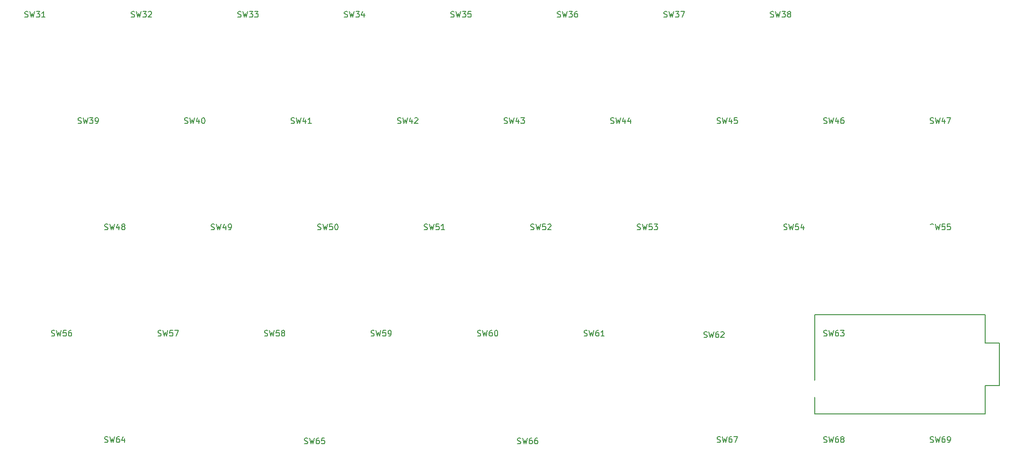
<source format=gto>
G04 #@! TF.GenerationSoftware,KiCad,Pcbnew,(5.0.0-3-g5ebb6b6)*
G04 #@! TF.CreationDate,2018-10-13T13:11:11+09:00*
G04 #@! TF.ProjectId,pakbd,70616B62642E6B696361645F70636200,1*
G04 #@! TF.SameCoordinates,Original*
G04 #@! TF.FileFunction,Legend,Top*
G04 #@! TF.FilePolarity,Positive*
%FSLAX46Y46*%
G04 Gerber Fmt 4.6, Leading zero omitted, Abs format (unit mm)*
G04 Created by KiCad (PCBNEW (5.0.0-3-g5ebb6b6)) date *
%MOMM*%
%LPD*%
G01*
G04 APERTURE LIST*
%ADD10C,0.150000*%
%ADD11C,2.160000*%
%ADD12C,4.400000*%
%ADD13C,3.400000*%
%ADD14R,9.625000X1.400000*%
%ADD15R,28.710000X1.400000*%
%ADD16R,16.900000X1.400000*%
%ADD17C,3.600000*%
%ADD18C,1.797000*%
%ADD19C,2.000000*%
%ADD20R,2.000000X2.000000*%
%ADD21C,1.600000*%
%ADD22O,2.700000X1.900000*%
G04 APERTURE END LIST*
D10*
G04 #@! TO.C,U1*
X357990000Y-109840000D02*
X357990000Y-92060000D01*
X388470000Y-109840000D02*
X357990000Y-109840000D01*
X388470000Y-104760000D02*
X388470000Y-109840000D01*
X391010000Y-104760000D02*
X388470000Y-104760000D01*
X391010000Y-97140000D02*
X391010000Y-104760000D01*
X388470000Y-97140000D02*
X391010000Y-97140000D01*
X388470000Y-92060000D02*
X388470000Y-97140000D01*
X388470000Y-92060000D02*
X357990000Y-92060000D01*
G04 #@! TO.C,SW54*
X352450726Y-76818761D02*
X352593583Y-76866380D01*
X352831678Y-76866380D01*
X352926916Y-76818761D01*
X352974535Y-76771142D01*
X353022154Y-76675904D01*
X353022154Y-76580666D01*
X352974535Y-76485428D01*
X352926916Y-76437809D01*
X352831678Y-76390190D01*
X352641202Y-76342571D01*
X352545964Y-76294952D01*
X352498345Y-76247333D01*
X352450726Y-76152095D01*
X352450726Y-76056857D01*
X352498345Y-75961619D01*
X352545964Y-75914000D01*
X352641202Y-75866380D01*
X352879297Y-75866380D01*
X353022154Y-75914000D01*
X353355488Y-75866380D02*
X353593583Y-76866380D01*
X353784059Y-76152095D01*
X353974535Y-76866380D01*
X354212630Y-75866380D01*
X355069773Y-75866380D02*
X354593583Y-75866380D01*
X354545964Y-76342571D01*
X354593583Y-76294952D01*
X354688821Y-76247333D01*
X354926916Y-76247333D01*
X355022154Y-76294952D01*
X355069773Y-76342571D01*
X355117392Y-76437809D01*
X355117392Y-76675904D01*
X355069773Y-76771142D01*
X355022154Y-76818761D01*
X354926916Y-76866380D01*
X354688821Y-76866380D01*
X354593583Y-76818761D01*
X354545964Y-76771142D01*
X355974535Y-76199714D02*
X355974535Y-76866380D01*
X355736440Y-75818761D02*
X355498345Y-76533047D01*
X356117392Y-76533047D01*
G04 #@! TO.C,SW51*
X288157476Y-76818761D02*
X288300333Y-76866380D01*
X288538428Y-76866380D01*
X288633666Y-76818761D01*
X288681285Y-76771142D01*
X288728904Y-76675904D01*
X288728904Y-76580666D01*
X288681285Y-76485428D01*
X288633666Y-76437809D01*
X288538428Y-76390190D01*
X288347952Y-76342571D01*
X288252714Y-76294952D01*
X288205095Y-76247333D01*
X288157476Y-76152095D01*
X288157476Y-76056857D01*
X288205095Y-75961619D01*
X288252714Y-75914000D01*
X288347952Y-75866380D01*
X288586047Y-75866380D01*
X288728904Y-75914000D01*
X289062238Y-75866380D02*
X289300333Y-76866380D01*
X289490809Y-76152095D01*
X289681285Y-76866380D01*
X289919380Y-75866380D01*
X290776523Y-75866380D02*
X290300333Y-75866380D01*
X290252714Y-76342571D01*
X290300333Y-76294952D01*
X290395571Y-76247333D01*
X290633666Y-76247333D01*
X290728904Y-76294952D01*
X290776523Y-76342571D01*
X290824142Y-76437809D01*
X290824142Y-76675904D01*
X290776523Y-76771142D01*
X290728904Y-76818761D01*
X290633666Y-76866380D01*
X290395571Y-76866380D01*
X290300333Y-76818761D01*
X290252714Y-76771142D01*
X291776523Y-76866380D02*
X291205095Y-76866380D01*
X291490809Y-76866380D02*
X291490809Y-75866380D01*
X291395571Y-76009238D01*
X291300333Y-76104476D01*
X291205095Y-76152095D01*
G04 #@! TO.C,SW52*
X307207476Y-76818761D02*
X307350333Y-76866380D01*
X307588428Y-76866380D01*
X307683666Y-76818761D01*
X307731285Y-76771142D01*
X307778904Y-76675904D01*
X307778904Y-76580666D01*
X307731285Y-76485428D01*
X307683666Y-76437809D01*
X307588428Y-76390190D01*
X307397952Y-76342571D01*
X307302714Y-76294952D01*
X307255095Y-76247333D01*
X307207476Y-76152095D01*
X307207476Y-76056857D01*
X307255095Y-75961619D01*
X307302714Y-75914000D01*
X307397952Y-75866380D01*
X307636047Y-75866380D01*
X307778904Y-75914000D01*
X308112238Y-75866380D02*
X308350333Y-76866380D01*
X308540809Y-76152095D01*
X308731285Y-76866380D01*
X308969380Y-75866380D01*
X309826523Y-75866380D02*
X309350333Y-75866380D01*
X309302714Y-76342571D01*
X309350333Y-76294952D01*
X309445571Y-76247333D01*
X309683666Y-76247333D01*
X309778904Y-76294952D01*
X309826523Y-76342571D01*
X309874142Y-76437809D01*
X309874142Y-76675904D01*
X309826523Y-76771142D01*
X309778904Y-76818761D01*
X309683666Y-76866380D01*
X309445571Y-76866380D01*
X309350333Y-76818761D01*
X309302714Y-76771142D01*
X310255095Y-75961619D02*
X310302714Y-75914000D01*
X310397952Y-75866380D01*
X310636047Y-75866380D01*
X310731285Y-75914000D01*
X310778904Y-75961619D01*
X310826523Y-76056857D01*
X310826523Y-76152095D01*
X310778904Y-76294952D01*
X310207476Y-76866380D01*
X310826523Y-76866380D01*
G04 #@! TO.C,SW56*
X221482476Y-95868761D02*
X221625333Y-95916380D01*
X221863428Y-95916380D01*
X221958666Y-95868761D01*
X222006285Y-95821142D01*
X222053904Y-95725904D01*
X222053904Y-95630666D01*
X222006285Y-95535428D01*
X221958666Y-95487809D01*
X221863428Y-95440190D01*
X221672952Y-95392571D01*
X221577714Y-95344952D01*
X221530095Y-95297333D01*
X221482476Y-95202095D01*
X221482476Y-95106857D01*
X221530095Y-95011619D01*
X221577714Y-94964000D01*
X221672952Y-94916380D01*
X221911047Y-94916380D01*
X222053904Y-94964000D01*
X222387238Y-94916380D02*
X222625333Y-95916380D01*
X222815809Y-95202095D01*
X223006285Y-95916380D01*
X223244380Y-94916380D01*
X224101523Y-94916380D02*
X223625333Y-94916380D01*
X223577714Y-95392571D01*
X223625333Y-95344952D01*
X223720571Y-95297333D01*
X223958666Y-95297333D01*
X224053904Y-95344952D01*
X224101523Y-95392571D01*
X224149142Y-95487809D01*
X224149142Y-95725904D01*
X224101523Y-95821142D01*
X224053904Y-95868761D01*
X223958666Y-95916380D01*
X223720571Y-95916380D01*
X223625333Y-95868761D01*
X223577714Y-95821142D01*
X225006285Y-94916380D02*
X224815809Y-94916380D01*
X224720571Y-94964000D01*
X224672952Y-95011619D01*
X224577714Y-95154476D01*
X224530095Y-95344952D01*
X224530095Y-95725904D01*
X224577714Y-95821142D01*
X224625333Y-95868761D01*
X224720571Y-95916380D01*
X224911047Y-95916380D01*
X225006285Y-95868761D01*
X225053904Y-95821142D01*
X225101523Y-95725904D01*
X225101523Y-95487809D01*
X225053904Y-95392571D01*
X225006285Y-95344952D01*
X224911047Y-95297333D01*
X224720571Y-95297333D01*
X224625333Y-95344952D01*
X224577714Y-95392571D01*
X224530095Y-95487809D01*
G04 #@! TO.C,SW66*
X304826726Y-115172761D02*
X304969583Y-115220380D01*
X305207678Y-115220380D01*
X305302916Y-115172761D01*
X305350535Y-115125142D01*
X305398154Y-115029904D01*
X305398154Y-114934666D01*
X305350535Y-114839428D01*
X305302916Y-114791809D01*
X305207678Y-114744190D01*
X305017202Y-114696571D01*
X304921964Y-114648952D01*
X304874345Y-114601333D01*
X304826726Y-114506095D01*
X304826726Y-114410857D01*
X304874345Y-114315619D01*
X304921964Y-114268000D01*
X305017202Y-114220380D01*
X305255297Y-114220380D01*
X305398154Y-114268000D01*
X305731488Y-114220380D02*
X305969583Y-115220380D01*
X306160059Y-114506095D01*
X306350535Y-115220380D01*
X306588630Y-114220380D01*
X307398154Y-114220380D02*
X307207678Y-114220380D01*
X307112440Y-114268000D01*
X307064821Y-114315619D01*
X306969583Y-114458476D01*
X306921964Y-114648952D01*
X306921964Y-115029904D01*
X306969583Y-115125142D01*
X307017202Y-115172761D01*
X307112440Y-115220380D01*
X307302916Y-115220380D01*
X307398154Y-115172761D01*
X307445773Y-115125142D01*
X307493392Y-115029904D01*
X307493392Y-114791809D01*
X307445773Y-114696571D01*
X307398154Y-114648952D01*
X307302916Y-114601333D01*
X307112440Y-114601333D01*
X307017202Y-114648952D01*
X306969583Y-114696571D01*
X306921964Y-114791809D01*
X308350535Y-114220380D02*
X308160059Y-114220380D01*
X308064821Y-114268000D01*
X308017202Y-114315619D01*
X307921964Y-114458476D01*
X307874345Y-114648952D01*
X307874345Y-115029904D01*
X307921964Y-115125142D01*
X307969583Y-115172761D01*
X308064821Y-115220380D01*
X308255297Y-115220380D01*
X308350535Y-115172761D01*
X308398154Y-115125142D01*
X308445773Y-115029904D01*
X308445773Y-114791809D01*
X308398154Y-114696571D01*
X308350535Y-114648952D01*
X308255297Y-114601333D01*
X308064821Y-114601333D01*
X307969583Y-114648952D01*
X307921964Y-114696571D01*
X307874345Y-114791809D01*
G04 #@! TO.C,SW62*
X338163226Y-96122761D02*
X338306083Y-96170380D01*
X338544178Y-96170380D01*
X338639416Y-96122761D01*
X338687035Y-96075142D01*
X338734654Y-95979904D01*
X338734654Y-95884666D01*
X338687035Y-95789428D01*
X338639416Y-95741809D01*
X338544178Y-95694190D01*
X338353702Y-95646571D01*
X338258464Y-95598952D01*
X338210845Y-95551333D01*
X338163226Y-95456095D01*
X338163226Y-95360857D01*
X338210845Y-95265619D01*
X338258464Y-95218000D01*
X338353702Y-95170380D01*
X338591797Y-95170380D01*
X338734654Y-95218000D01*
X339067988Y-95170380D02*
X339306083Y-96170380D01*
X339496559Y-95456095D01*
X339687035Y-96170380D01*
X339925130Y-95170380D01*
X340734654Y-95170380D02*
X340544178Y-95170380D01*
X340448940Y-95218000D01*
X340401321Y-95265619D01*
X340306083Y-95408476D01*
X340258464Y-95598952D01*
X340258464Y-95979904D01*
X340306083Y-96075142D01*
X340353702Y-96122761D01*
X340448940Y-96170380D01*
X340639416Y-96170380D01*
X340734654Y-96122761D01*
X340782273Y-96075142D01*
X340829892Y-95979904D01*
X340829892Y-95741809D01*
X340782273Y-95646571D01*
X340734654Y-95598952D01*
X340639416Y-95551333D01*
X340448940Y-95551333D01*
X340353702Y-95598952D01*
X340306083Y-95646571D01*
X340258464Y-95741809D01*
X341210845Y-95265619D02*
X341258464Y-95218000D01*
X341353702Y-95170380D01*
X341591797Y-95170380D01*
X341687035Y-95218000D01*
X341734654Y-95265619D01*
X341782273Y-95360857D01*
X341782273Y-95456095D01*
X341734654Y-95598952D01*
X341163226Y-96170380D01*
X341782273Y-96170380D01*
G04 #@! TO.C,SW67*
X340544476Y-114918761D02*
X340687333Y-114966380D01*
X340925428Y-114966380D01*
X341020666Y-114918761D01*
X341068285Y-114871142D01*
X341115904Y-114775904D01*
X341115904Y-114680666D01*
X341068285Y-114585428D01*
X341020666Y-114537809D01*
X340925428Y-114490190D01*
X340734952Y-114442571D01*
X340639714Y-114394952D01*
X340592095Y-114347333D01*
X340544476Y-114252095D01*
X340544476Y-114156857D01*
X340592095Y-114061619D01*
X340639714Y-114014000D01*
X340734952Y-113966380D01*
X340973047Y-113966380D01*
X341115904Y-114014000D01*
X341449238Y-113966380D02*
X341687333Y-114966380D01*
X341877809Y-114252095D01*
X342068285Y-114966380D01*
X342306380Y-113966380D01*
X343115904Y-113966380D02*
X342925428Y-113966380D01*
X342830190Y-114014000D01*
X342782571Y-114061619D01*
X342687333Y-114204476D01*
X342639714Y-114394952D01*
X342639714Y-114775904D01*
X342687333Y-114871142D01*
X342734952Y-114918761D01*
X342830190Y-114966380D01*
X343020666Y-114966380D01*
X343115904Y-114918761D01*
X343163523Y-114871142D01*
X343211142Y-114775904D01*
X343211142Y-114537809D01*
X343163523Y-114442571D01*
X343115904Y-114394952D01*
X343020666Y-114347333D01*
X342830190Y-114347333D01*
X342734952Y-114394952D01*
X342687333Y-114442571D01*
X342639714Y-114537809D01*
X343544476Y-113966380D02*
X344211142Y-113966380D01*
X343782571Y-114966380D01*
G04 #@! TO.C,SW68*
X359594476Y-114918761D02*
X359737333Y-114966380D01*
X359975428Y-114966380D01*
X360070666Y-114918761D01*
X360118285Y-114871142D01*
X360165904Y-114775904D01*
X360165904Y-114680666D01*
X360118285Y-114585428D01*
X360070666Y-114537809D01*
X359975428Y-114490190D01*
X359784952Y-114442571D01*
X359689714Y-114394952D01*
X359642095Y-114347333D01*
X359594476Y-114252095D01*
X359594476Y-114156857D01*
X359642095Y-114061619D01*
X359689714Y-114014000D01*
X359784952Y-113966380D01*
X360023047Y-113966380D01*
X360165904Y-114014000D01*
X360499238Y-113966380D02*
X360737333Y-114966380D01*
X360927809Y-114252095D01*
X361118285Y-114966380D01*
X361356380Y-113966380D01*
X362165904Y-113966380D02*
X361975428Y-113966380D01*
X361880190Y-114014000D01*
X361832571Y-114061619D01*
X361737333Y-114204476D01*
X361689714Y-114394952D01*
X361689714Y-114775904D01*
X361737333Y-114871142D01*
X361784952Y-114918761D01*
X361880190Y-114966380D01*
X362070666Y-114966380D01*
X362165904Y-114918761D01*
X362213523Y-114871142D01*
X362261142Y-114775904D01*
X362261142Y-114537809D01*
X362213523Y-114442571D01*
X362165904Y-114394952D01*
X362070666Y-114347333D01*
X361880190Y-114347333D01*
X361784952Y-114394952D01*
X361737333Y-114442571D01*
X361689714Y-114537809D01*
X362832571Y-114394952D02*
X362737333Y-114347333D01*
X362689714Y-114299714D01*
X362642095Y-114204476D01*
X362642095Y-114156857D01*
X362689714Y-114061619D01*
X362737333Y-114014000D01*
X362832571Y-113966380D01*
X363023047Y-113966380D01*
X363118285Y-114014000D01*
X363165904Y-114061619D01*
X363213523Y-114156857D01*
X363213523Y-114204476D01*
X363165904Y-114299714D01*
X363118285Y-114347333D01*
X363023047Y-114394952D01*
X362832571Y-114394952D01*
X362737333Y-114442571D01*
X362689714Y-114490190D01*
X362642095Y-114585428D01*
X362642095Y-114775904D01*
X362689714Y-114871142D01*
X362737333Y-114918761D01*
X362832571Y-114966380D01*
X363023047Y-114966380D01*
X363118285Y-114918761D01*
X363165904Y-114871142D01*
X363213523Y-114775904D01*
X363213523Y-114585428D01*
X363165904Y-114490190D01*
X363118285Y-114442571D01*
X363023047Y-114394952D01*
G04 #@! TO.C,SW45*
X340545476Y-57768761D02*
X340688333Y-57816380D01*
X340926428Y-57816380D01*
X341021666Y-57768761D01*
X341069285Y-57721142D01*
X341116904Y-57625904D01*
X341116904Y-57530666D01*
X341069285Y-57435428D01*
X341021666Y-57387809D01*
X340926428Y-57340190D01*
X340735952Y-57292571D01*
X340640714Y-57244952D01*
X340593095Y-57197333D01*
X340545476Y-57102095D01*
X340545476Y-57006857D01*
X340593095Y-56911619D01*
X340640714Y-56864000D01*
X340735952Y-56816380D01*
X340974047Y-56816380D01*
X341116904Y-56864000D01*
X341450238Y-56816380D02*
X341688333Y-57816380D01*
X341878809Y-57102095D01*
X342069285Y-57816380D01*
X342307380Y-56816380D01*
X343116904Y-57149714D02*
X343116904Y-57816380D01*
X342878809Y-56768761D02*
X342640714Y-57483047D01*
X343259761Y-57483047D01*
X344116904Y-56816380D02*
X343640714Y-56816380D01*
X343593095Y-57292571D01*
X343640714Y-57244952D01*
X343735952Y-57197333D01*
X343974047Y-57197333D01*
X344069285Y-57244952D01*
X344116904Y-57292571D01*
X344164523Y-57387809D01*
X344164523Y-57625904D01*
X344116904Y-57721142D01*
X344069285Y-57768761D01*
X343974047Y-57816380D01*
X343735952Y-57816380D01*
X343640714Y-57768761D01*
X343593095Y-57721142D01*
G04 #@! TO.C,SW46*
X359595476Y-57768761D02*
X359738333Y-57816380D01*
X359976428Y-57816380D01*
X360071666Y-57768761D01*
X360119285Y-57721142D01*
X360166904Y-57625904D01*
X360166904Y-57530666D01*
X360119285Y-57435428D01*
X360071666Y-57387809D01*
X359976428Y-57340190D01*
X359785952Y-57292571D01*
X359690714Y-57244952D01*
X359643095Y-57197333D01*
X359595476Y-57102095D01*
X359595476Y-57006857D01*
X359643095Y-56911619D01*
X359690714Y-56864000D01*
X359785952Y-56816380D01*
X360024047Y-56816380D01*
X360166904Y-56864000D01*
X360500238Y-56816380D02*
X360738333Y-57816380D01*
X360928809Y-57102095D01*
X361119285Y-57816380D01*
X361357380Y-56816380D01*
X362166904Y-57149714D02*
X362166904Y-57816380D01*
X361928809Y-56768761D02*
X361690714Y-57483047D01*
X362309761Y-57483047D01*
X363119285Y-56816380D02*
X362928809Y-56816380D01*
X362833571Y-56864000D01*
X362785952Y-56911619D01*
X362690714Y-57054476D01*
X362643095Y-57244952D01*
X362643095Y-57625904D01*
X362690714Y-57721142D01*
X362738333Y-57768761D01*
X362833571Y-57816380D01*
X363024047Y-57816380D01*
X363119285Y-57768761D01*
X363166904Y-57721142D01*
X363214523Y-57625904D01*
X363214523Y-57387809D01*
X363166904Y-57292571D01*
X363119285Y-57244952D01*
X363024047Y-57197333D01*
X362833571Y-57197333D01*
X362738333Y-57244952D01*
X362690714Y-57292571D01*
X362643095Y-57387809D01*
G04 #@! TO.C,SW47*
X378645476Y-57768761D02*
X378788333Y-57816380D01*
X379026428Y-57816380D01*
X379121666Y-57768761D01*
X379169285Y-57721142D01*
X379216904Y-57625904D01*
X379216904Y-57530666D01*
X379169285Y-57435428D01*
X379121666Y-57387809D01*
X379026428Y-57340190D01*
X378835952Y-57292571D01*
X378740714Y-57244952D01*
X378693095Y-57197333D01*
X378645476Y-57102095D01*
X378645476Y-57006857D01*
X378693095Y-56911619D01*
X378740714Y-56864000D01*
X378835952Y-56816380D01*
X379074047Y-56816380D01*
X379216904Y-56864000D01*
X379550238Y-56816380D02*
X379788333Y-57816380D01*
X379978809Y-57102095D01*
X380169285Y-57816380D01*
X380407380Y-56816380D01*
X381216904Y-57149714D02*
X381216904Y-57816380D01*
X380978809Y-56768761D02*
X380740714Y-57483047D01*
X381359761Y-57483047D01*
X381645476Y-56816380D02*
X382312142Y-56816380D01*
X381883571Y-57816380D01*
G04 #@! TO.C,SW58*
X259582476Y-95868761D02*
X259725333Y-95916380D01*
X259963428Y-95916380D01*
X260058666Y-95868761D01*
X260106285Y-95821142D01*
X260153904Y-95725904D01*
X260153904Y-95630666D01*
X260106285Y-95535428D01*
X260058666Y-95487809D01*
X259963428Y-95440190D01*
X259772952Y-95392571D01*
X259677714Y-95344952D01*
X259630095Y-95297333D01*
X259582476Y-95202095D01*
X259582476Y-95106857D01*
X259630095Y-95011619D01*
X259677714Y-94964000D01*
X259772952Y-94916380D01*
X260011047Y-94916380D01*
X260153904Y-94964000D01*
X260487238Y-94916380D02*
X260725333Y-95916380D01*
X260915809Y-95202095D01*
X261106285Y-95916380D01*
X261344380Y-94916380D01*
X262201523Y-94916380D02*
X261725333Y-94916380D01*
X261677714Y-95392571D01*
X261725333Y-95344952D01*
X261820571Y-95297333D01*
X262058666Y-95297333D01*
X262153904Y-95344952D01*
X262201523Y-95392571D01*
X262249142Y-95487809D01*
X262249142Y-95725904D01*
X262201523Y-95821142D01*
X262153904Y-95868761D01*
X262058666Y-95916380D01*
X261820571Y-95916380D01*
X261725333Y-95868761D01*
X261677714Y-95821142D01*
X262820571Y-95344952D02*
X262725333Y-95297333D01*
X262677714Y-95249714D01*
X262630095Y-95154476D01*
X262630095Y-95106857D01*
X262677714Y-95011619D01*
X262725333Y-94964000D01*
X262820571Y-94916380D01*
X263011047Y-94916380D01*
X263106285Y-94964000D01*
X263153904Y-95011619D01*
X263201523Y-95106857D01*
X263201523Y-95154476D01*
X263153904Y-95249714D01*
X263106285Y-95297333D01*
X263011047Y-95344952D01*
X262820571Y-95344952D01*
X262725333Y-95392571D01*
X262677714Y-95440190D01*
X262630095Y-95535428D01*
X262630095Y-95725904D01*
X262677714Y-95821142D01*
X262725333Y-95868761D01*
X262820571Y-95916380D01*
X263011047Y-95916380D01*
X263106285Y-95868761D01*
X263153904Y-95821142D01*
X263201523Y-95725904D01*
X263201523Y-95535428D01*
X263153904Y-95440190D01*
X263106285Y-95392571D01*
X263011047Y-95344952D01*
G04 #@! TO.C,SW59*
X278632476Y-95868761D02*
X278775333Y-95916380D01*
X279013428Y-95916380D01*
X279108666Y-95868761D01*
X279156285Y-95821142D01*
X279203904Y-95725904D01*
X279203904Y-95630666D01*
X279156285Y-95535428D01*
X279108666Y-95487809D01*
X279013428Y-95440190D01*
X278822952Y-95392571D01*
X278727714Y-95344952D01*
X278680095Y-95297333D01*
X278632476Y-95202095D01*
X278632476Y-95106857D01*
X278680095Y-95011619D01*
X278727714Y-94964000D01*
X278822952Y-94916380D01*
X279061047Y-94916380D01*
X279203904Y-94964000D01*
X279537238Y-94916380D02*
X279775333Y-95916380D01*
X279965809Y-95202095D01*
X280156285Y-95916380D01*
X280394380Y-94916380D01*
X281251523Y-94916380D02*
X280775333Y-94916380D01*
X280727714Y-95392571D01*
X280775333Y-95344952D01*
X280870571Y-95297333D01*
X281108666Y-95297333D01*
X281203904Y-95344952D01*
X281251523Y-95392571D01*
X281299142Y-95487809D01*
X281299142Y-95725904D01*
X281251523Y-95821142D01*
X281203904Y-95868761D01*
X281108666Y-95916380D01*
X280870571Y-95916380D01*
X280775333Y-95868761D01*
X280727714Y-95821142D01*
X281775333Y-95916380D02*
X281965809Y-95916380D01*
X282061047Y-95868761D01*
X282108666Y-95821142D01*
X282203904Y-95678285D01*
X282251523Y-95487809D01*
X282251523Y-95106857D01*
X282203904Y-95011619D01*
X282156285Y-94964000D01*
X282061047Y-94916380D01*
X281870571Y-94916380D01*
X281775333Y-94964000D01*
X281727714Y-95011619D01*
X281680095Y-95106857D01*
X281680095Y-95344952D01*
X281727714Y-95440190D01*
X281775333Y-95487809D01*
X281870571Y-95535428D01*
X282061047Y-95535428D01*
X282156285Y-95487809D01*
X282203904Y-95440190D01*
X282251523Y-95344952D01*
G04 #@! TO.C,SW35*
X292920476Y-38718761D02*
X293063333Y-38766380D01*
X293301428Y-38766380D01*
X293396666Y-38718761D01*
X293444285Y-38671142D01*
X293491904Y-38575904D01*
X293491904Y-38480666D01*
X293444285Y-38385428D01*
X293396666Y-38337809D01*
X293301428Y-38290190D01*
X293110952Y-38242571D01*
X293015714Y-38194952D01*
X292968095Y-38147333D01*
X292920476Y-38052095D01*
X292920476Y-37956857D01*
X292968095Y-37861619D01*
X293015714Y-37814000D01*
X293110952Y-37766380D01*
X293349047Y-37766380D01*
X293491904Y-37814000D01*
X293825238Y-37766380D02*
X294063333Y-38766380D01*
X294253809Y-38052095D01*
X294444285Y-38766380D01*
X294682380Y-37766380D01*
X294968095Y-37766380D02*
X295587142Y-37766380D01*
X295253809Y-38147333D01*
X295396666Y-38147333D01*
X295491904Y-38194952D01*
X295539523Y-38242571D01*
X295587142Y-38337809D01*
X295587142Y-38575904D01*
X295539523Y-38671142D01*
X295491904Y-38718761D01*
X295396666Y-38766380D01*
X295110952Y-38766380D01*
X295015714Y-38718761D01*
X294968095Y-38671142D01*
X296491904Y-37766380D02*
X296015714Y-37766380D01*
X295968095Y-38242571D01*
X296015714Y-38194952D01*
X296110952Y-38147333D01*
X296349047Y-38147333D01*
X296444285Y-38194952D01*
X296491904Y-38242571D01*
X296539523Y-38337809D01*
X296539523Y-38575904D01*
X296491904Y-38671142D01*
X296444285Y-38718761D01*
X296349047Y-38766380D01*
X296110952Y-38766380D01*
X296015714Y-38718761D01*
X295968095Y-38671142D01*
G04 #@! TO.C,SW38*
X350070476Y-38718761D02*
X350213333Y-38766380D01*
X350451428Y-38766380D01*
X350546666Y-38718761D01*
X350594285Y-38671142D01*
X350641904Y-38575904D01*
X350641904Y-38480666D01*
X350594285Y-38385428D01*
X350546666Y-38337809D01*
X350451428Y-38290190D01*
X350260952Y-38242571D01*
X350165714Y-38194952D01*
X350118095Y-38147333D01*
X350070476Y-38052095D01*
X350070476Y-37956857D01*
X350118095Y-37861619D01*
X350165714Y-37814000D01*
X350260952Y-37766380D01*
X350499047Y-37766380D01*
X350641904Y-37814000D01*
X350975238Y-37766380D02*
X351213333Y-38766380D01*
X351403809Y-38052095D01*
X351594285Y-38766380D01*
X351832380Y-37766380D01*
X352118095Y-37766380D02*
X352737142Y-37766380D01*
X352403809Y-38147333D01*
X352546666Y-38147333D01*
X352641904Y-38194952D01*
X352689523Y-38242571D01*
X352737142Y-38337809D01*
X352737142Y-38575904D01*
X352689523Y-38671142D01*
X352641904Y-38718761D01*
X352546666Y-38766380D01*
X352260952Y-38766380D01*
X352165714Y-38718761D01*
X352118095Y-38671142D01*
X353308571Y-38194952D02*
X353213333Y-38147333D01*
X353165714Y-38099714D01*
X353118095Y-38004476D01*
X353118095Y-37956857D01*
X353165714Y-37861619D01*
X353213333Y-37814000D01*
X353308571Y-37766380D01*
X353499047Y-37766380D01*
X353594285Y-37814000D01*
X353641904Y-37861619D01*
X353689523Y-37956857D01*
X353689523Y-38004476D01*
X353641904Y-38099714D01*
X353594285Y-38147333D01*
X353499047Y-38194952D01*
X353308571Y-38194952D01*
X353213333Y-38242571D01*
X353165714Y-38290190D01*
X353118095Y-38385428D01*
X353118095Y-38575904D01*
X353165714Y-38671142D01*
X353213333Y-38718761D01*
X353308571Y-38766380D01*
X353499047Y-38766380D01*
X353594285Y-38718761D01*
X353641904Y-38671142D01*
X353689523Y-38575904D01*
X353689523Y-38385428D01*
X353641904Y-38290190D01*
X353594285Y-38242571D01*
X353499047Y-38194952D01*
G04 #@! TO.C,SW39*
X226245476Y-57768761D02*
X226388333Y-57816380D01*
X226626428Y-57816380D01*
X226721666Y-57768761D01*
X226769285Y-57721142D01*
X226816904Y-57625904D01*
X226816904Y-57530666D01*
X226769285Y-57435428D01*
X226721666Y-57387809D01*
X226626428Y-57340190D01*
X226435952Y-57292571D01*
X226340714Y-57244952D01*
X226293095Y-57197333D01*
X226245476Y-57102095D01*
X226245476Y-57006857D01*
X226293095Y-56911619D01*
X226340714Y-56864000D01*
X226435952Y-56816380D01*
X226674047Y-56816380D01*
X226816904Y-56864000D01*
X227150238Y-56816380D02*
X227388333Y-57816380D01*
X227578809Y-57102095D01*
X227769285Y-57816380D01*
X228007380Y-56816380D01*
X228293095Y-56816380D02*
X228912142Y-56816380D01*
X228578809Y-57197333D01*
X228721666Y-57197333D01*
X228816904Y-57244952D01*
X228864523Y-57292571D01*
X228912142Y-57387809D01*
X228912142Y-57625904D01*
X228864523Y-57721142D01*
X228816904Y-57768761D01*
X228721666Y-57816380D01*
X228435952Y-57816380D01*
X228340714Y-57768761D01*
X228293095Y-57721142D01*
X229388333Y-57816380D02*
X229578809Y-57816380D01*
X229674047Y-57768761D01*
X229721666Y-57721142D01*
X229816904Y-57578285D01*
X229864523Y-57387809D01*
X229864523Y-57006857D01*
X229816904Y-56911619D01*
X229769285Y-56864000D01*
X229674047Y-56816380D01*
X229483571Y-56816380D01*
X229388333Y-56864000D01*
X229340714Y-56911619D01*
X229293095Y-57006857D01*
X229293095Y-57244952D01*
X229340714Y-57340190D01*
X229388333Y-57387809D01*
X229483571Y-57435428D01*
X229674047Y-57435428D01*
X229769285Y-57387809D01*
X229816904Y-57340190D01*
X229864523Y-57244952D01*
G04 #@! TO.C,SW36*
X311970476Y-38718761D02*
X312113333Y-38766380D01*
X312351428Y-38766380D01*
X312446666Y-38718761D01*
X312494285Y-38671142D01*
X312541904Y-38575904D01*
X312541904Y-38480666D01*
X312494285Y-38385428D01*
X312446666Y-38337809D01*
X312351428Y-38290190D01*
X312160952Y-38242571D01*
X312065714Y-38194952D01*
X312018095Y-38147333D01*
X311970476Y-38052095D01*
X311970476Y-37956857D01*
X312018095Y-37861619D01*
X312065714Y-37814000D01*
X312160952Y-37766380D01*
X312399047Y-37766380D01*
X312541904Y-37814000D01*
X312875238Y-37766380D02*
X313113333Y-38766380D01*
X313303809Y-38052095D01*
X313494285Y-38766380D01*
X313732380Y-37766380D01*
X314018095Y-37766380D02*
X314637142Y-37766380D01*
X314303809Y-38147333D01*
X314446666Y-38147333D01*
X314541904Y-38194952D01*
X314589523Y-38242571D01*
X314637142Y-38337809D01*
X314637142Y-38575904D01*
X314589523Y-38671142D01*
X314541904Y-38718761D01*
X314446666Y-38766380D01*
X314160952Y-38766380D01*
X314065714Y-38718761D01*
X314018095Y-38671142D01*
X315494285Y-37766380D02*
X315303809Y-37766380D01*
X315208571Y-37814000D01*
X315160952Y-37861619D01*
X315065714Y-38004476D01*
X315018095Y-38194952D01*
X315018095Y-38575904D01*
X315065714Y-38671142D01*
X315113333Y-38718761D01*
X315208571Y-38766380D01*
X315399047Y-38766380D01*
X315494285Y-38718761D01*
X315541904Y-38671142D01*
X315589523Y-38575904D01*
X315589523Y-38337809D01*
X315541904Y-38242571D01*
X315494285Y-38194952D01*
X315399047Y-38147333D01*
X315208571Y-38147333D01*
X315113333Y-38194952D01*
X315065714Y-38242571D01*
X315018095Y-38337809D01*
G04 #@! TO.C,SW64*
X231007476Y-114918761D02*
X231150333Y-114966380D01*
X231388428Y-114966380D01*
X231483666Y-114918761D01*
X231531285Y-114871142D01*
X231578904Y-114775904D01*
X231578904Y-114680666D01*
X231531285Y-114585428D01*
X231483666Y-114537809D01*
X231388428Y-114490190D01*
X231197952Y-114442571D01*
X231102714Y-114394952D01*
X231055095Y-114347333D01*
X231007476Y-114252095D01*
X231007476Y-114156857D01*
X231055095Y-114061619D01*
X231102714Y-114014000D01*
X231197952Y-113966380D01*
X231436047Y-113966380D01*
X231578904Y-114014000D01*
X231912238Y-113966380D02*
X232150333Y-114966380D01*
X232340809Y-114252095D01*
X232531285Y-114966380D01*
X232769380Y-113966380D01*
X233578904Y-113966380D02*
X233388428Y-113966380D01*
X233293190Y-114014000D01*
X233245571Y-114061619D01*
X233150333Y-114204476D01*
X233102714Y-114394952D01*
X233102714Y-114775904D01*
X233150333Y-114871142D01*
X233197952Y-114918761D01*
X233293190Y-114966380D01*
X233483666Y-114966380D01*
X233578904Y-114918761D01*
X233626523Y-114871142D01*
X233674142Y-114775904D01*
X233674142Y-114537809D01*
X233626523Y-114442571D01*
X233578904Y-114394952D01*
X233483666Y-114347333D01*
X233293190Y-114347333D01*
X233197952Y-114394952D01*
X233150333Y-114442571D01*
X233102714Y-114537809D01*
X234531285Y-114299714D02*
X234531285Y-114966380D01*
X234293190Y-113918761D02*
X234055095Y-114633047D01*
X234674142Y-114633047D01*
G04 #@! TO.C,SW65*
X266726726Y-115172761D02*
X266869583Y-115220380D01*
X267107678Y-115220380D01*
X267202916Y-115172761D01*
X267250535Y-115125142D01*
X267298154Y-115029904D01*
X267298154Y-114934666D01*
X267250535Y-114839428D01*
X267202916Y-114791809D01*
X267107678Y-114744190D01*
X266917202Y-114696571D01*
X266821964Y-114648952D01*
X266774345Y-114601333D01*
X266726726Y-114506095D01*
X266726726Y-114410857D01*
X266774345Y-114315619D01*
X266821964Y-114268000D01*
X266917202Y-114220380D01*
X267155297Y-114220380D01*
X267298154Y-114268000D01*
X267631488Y-114220380D02*
X267869583Y-115220380D01*
X268060059Y-114506095D01*
X268250535Y-115220380D01*
X268488630Y-114220380D01*
X269298154Y-114220380D02*
X269107678Y-114220380D01*
X269012440Y-114268000D01*
X268964821Y-114315619D01*
X268869583Y-114458476D01*
X268821964Y-114648952D01*
X268821964Y-115029904D01*
X268869583Y-115125142D01*
X268917202Y-115172761D01*
X269012440Y-115220380D01*
X269202916Y-115220380D01*
X269298154Y-115172761D01*
X269345773Y-115125142D01*
X269393392Y-115029904D01*
X269393392Y-114791809D01*
X269345773Y-114696571D01*
X269298154Y-114648952D01*
X269202916Y-114601333D01*
X269012440Y-114601333D01*
X268917202Y-114648952D01*
X268869583Y-114696571D01*
X268821964Y-114791809D01*
X270298154Y-114220380D02*
X269821964Y-114220380D01*
X269774345Y-114696571D01*
X269821964Y-114648952D01*
X269917202Y-114601333D01*
X270155297Y-114601333D01*
X270250535Y-114648952D01*
X270298154Y-114696571D01*
X270345773Y-114791809D01*
X270345773Y-115029904D01*
X270298154Y-115125142D01*
X270250535Y-115172761D01*
X270155297Y-115220380D01*
X269917202Y-115220380D01*
X269821964Y-115172761D01*
X269774345Y-115125142D01*
G04 #@! TO.C,SW60*
X297682476Y-95868761D02*
X297825333Y-95916380D01*
X298063428Y-95916380D01*
X298158666Y-95868761D01*
X298206285Y-95821142D01*
X298253904Y-95725904D01*
X298253904Y-95630666D01*
X298206285Y-95535428D01*
X298158666Y-95487809D01*
X298063428Y-95440190D01*
X297872952Y-95392571D01*
X297777714Y-95344952D01*
X297730095Y-95297333D01*
X297682476Y-95202095D01*
X297682476Y-95106857D01*
X297730095Y-95011619D01*
X297777714Y-94964000D01*
X297872952Y-94916380D01*
X298111047Y-94916380D01*
X298253904Y-94964000D01*
X298587238Y-94916380D02*
X298825333Y-95916380D01*
X299015809Y-95202095D01*
X299206285Y-95916380D01*
X299444380Y-94916380D01*
X300253904Y-94916380D02*
X300063428Y-94916380D01*
X299968190Y-94964000D01*
X299920571Y-95011619D01*
X299825333Y-95154476D01*
X299777714Y-95344952D01*
X299777714Y-95725904D01*
X299825333Y-95821142D01*
X299872952Y-95868761D01*
X299968190Y-95916380D01*
X300158666Y-95916380D01*
X300253904Y-95868761D01*
X300301523Y-95821142D01*
X300349142Y-95725904D01*
X300349142Y-95487809D01*
X300301523Y-95392571D01*
X300253904Y-95344952D01*
X300158666Y-95297333D01*
X299968190Y-95297333D01*
X299872952Y-95344952D01*
X299825333Y-95392571D01*
X299777714Y-95487809D01*
X300968190Y-94916380D02*
X301063428Y-94916380D01*
X301158666Y-94964000D01*
X301206285Y-95011619D01*
X301253904Y-95106857D01*
X301301523Y-95297333D01*
X301301523Y-95535428D01*
X301253904Y-95725904D01*
X301206285Y-95821142D01*
X301158666Y-95868761D01*
X301063428Y-95916380D01*
X300968190Y-95916380D01*
X300872952Y-95868761D01*
X300825333Y-95821142D01*
X300777714Y-95725904D01*
X300730095Y-95535428D01*
X300730095Y-95297333D01*
X300777714Y-95106857D01*
X300825333Y-95011619D01*
X300872952Y-94964000D01*
X300968190Y-94916380D01*
G04 #@! TO.C,SW61*
X316732476Y-95868761D02*
X316875333Y-95916380D01*
X317113428Y-95916380D01*
X317208666Y-95868761D01*
X317256285Y-95821142D01*
X317303904Y-95725904D01*
X317303904Y-95630666D01*
X317256285Y-95535428D01*
X317208666Y-95487809D01*
X317113428Y-95440190D01*
X316922952Y-95392571D01*
X316827714Y-95344952D01*
X316780095Y-95297333D01*
X316732476Y-95202095D01*
X316732476Y-95106857D01*
X316780095Y-95011619D01*
X316827714Y-94964000D01*
X316922952Y-94916380D01*
X317161047Y-94916380D01*
X317303904Y-94964000D01*
X317637238Y-94916380D02*
X317875333Y-95916380D01*
X318065809Y-95202095D01*
X318256285Y-95916380D01*
X318494380Y-94916380D01*
X319303904Y-94916380D02*
X319113428Y-94916380D01*
X319018190Y-94964000D01*
X318970571Y-95011619D01*
X318875333Y-95154476D01*
X318827714Y-95344952D01*
X318827714Y-95725904D01*
X318875333Y-95821142D01*
X318922952Y-95868761D01*
X319018190Y-95916380D01*
X319208666Y-95916380D01*
X319303904Y-95868761D01*
X319351523Y-95821142D01*
X319399142Y-95725904D01*
X319399142Y-95487809D01*
X319351523Y-95392571D01*
X319303904Y-95344952D01*
X319208666Y-95297333D01*
X319018190Y-95297333D01*
X318922952Y-95344952D01*
X318875333Y-95392571D01*
X318827714Y-95487809D01*
X320351523Y-95916380D02*
X319780095Y-95916380D01*
X320065809Y-95916380D02*
X320065809Y-94916380D01*
X319970571Y-95059238D01*
X319875333Y-95154476D01*
X319780095Y-95202095D01*
G04 #@! TO.C,SW41*
X264345476Y-57768761D02*
X264488333Y-57816380D01*
X264726428Y-57816380D01*
X264821666Y-57768761D01*
X264869285Y-57721142D01*
X264916904Y-57625904D01*
X264916904Y-57530666D01*
X264869285Y-57435428D01*
X264821666Y-57387809D01*
X264726428Y-57340190D01*
X264535952Y-57292571D01*
X264440714Y-57244952D01*
X264393095Y-57197333D01*
X264345476Y-57102095D01*
X264345476Y-57006857D01*
X264393095Y-56911619D01*
X264440714Y-56864000D01*
X264535952Y-56816380D01*
X264774047Y-56816380D01*
X264916904Y-56864000D01*
X265250238Y-56816380D02*
X265488333Y-57816380D01*
X265678809Y-57102095D01*
X265869285Y-57816380D01*
X266107380Y-56816380D01*
X266916904Y-57149714D02*
X266916904Y-57816380D01*
X266678809Y-56768761D02*
X266440714Y-57483047D01*
X267059761Y-57483047D01*
X267964523Y-57816380D02*
X267393095Y-57816380D01*
X267678809Y-57816380D02*
X267678809Y-56816380D01*
X267583571Y-56959238D01*
X267488333Y-57054476D01*
X267393095Y-57102095D01*
G04 #@! TO.C,SW63*
X359594476Y-95868761D02*
X359737333Y-95916380D01*
X359975428Y-95916380D01*
X360070666Y-95868761D01*
X360118285Y-95821142D01*
X360165904Y-95725904D01*
X360165904Y-95630666D01*
X360118285Y-95535428D01*
X360070666Y-95487809D01*
X359975428Y-95440190D01*
X359784952Y-95392571D01*
X359689714Y-95344952D01*
X359642095Y-95297333D01*
X359594476Y-95202095D01*
X359594476Y-95106857D01*
X359642095Y-95011619D01*
X359689714Y-94964000D01*
X359784952Y-94916380D01*
X360023047Y-94916380D01*
X360165904Y-94964000D01*
X360499238Y-94916380D02*
X360737333Y-95916380D01*
X360927809Y-95202095D01*
X361118285Y-95916380D01*
X361356380Y-94916380D01*
X362165904Y-94916380D02*
X361975428Y-94916380D01*
X361880190Y-94964000D01*
X361832571Y-95011619D01*
X361737333Y-95154476D01*
X361689714Y-95344952D01*
X361689714Y-95725904D01*
X361737333Y-95821142D01*
X361784952Y-95868761D01*
X361880190Y-95916380D01*
X362070666Y-95916380D01*
X362165904Y-95868761D01*
X362213523Y-95821142D01*
X362261142Y-95725904D01*
X362261142Y-95487809D01*
X362213523Y-95392571D01*
X362165904Y-95344952D01*
X362070666Y-95297333D01*
X361880190Y-95297333D01*
X361784952Y-95344952D01*
X361737333Y-95392571D01*
X361689714Y-95487809D01*
X362594476Y-94916380D02*
X363213523Y-94916380D01*
X362880190Y-95297333D01*
X363023047Y-95297333D01*
X363118285Y-95344952D01*
X363165904Y-95392571D01*
X363213523Y-95487809D01*
X363213523Y-95725904D01*
X363165904Y-95821142D01*
X363118285Y-95868761D01*
X363023047Y-95916380D01*
X362737333Y-95916380D01*
X362642095Y-95868761D01*
X362594476Y-95821142D01*
G04 #@! TO.C,SW44*
X321495476Y-57768761D02*
X321638333Y-57816380D01*
X321876428Y-57816380D01*
X321971666Y-57768761D01*
X322019285Y-57721142D01*
X322066904Y-57625904D01*
X322066904Y-57530666D01*
X322019285Y-57435428D01*
X321971666Y-57387809D01*
X321876428Y-57340190D01*
X321685952Y-57292571D01*
X321590714Y-57244952D01*
X321543095Y-57197333D01*
X321495476Y-57102095D01*
X321495476Y-57006857D01*
X321543095Y-56911619D01*
X321590714Y-56864000D01*
X321685952Y-56816380D01*
X321924047Y-56816380D01*
X322066904Y-56864000D01*
X322400238Y-56816380D02*
X322638333Y-57816380D01*
X322828809Y-57102095D01*
X323019285Y-57816380D01*
X323257380Y-56816380D01*
X324066904Y-57149714D02*
X324066904Y-57816380D01*
X323828809Y-56768761D02*
X323590714Y-57483047D01*
X324209761Y-57483047D01*
X325019285Y-57149714D02*
X325019285Y-57816380D01*
X324781190Y-56768761D02*
X324543095Y-57483047D01*
X325162142Y-57483047D01*
G04 #@! TO.C,SW37*
X331020476Y-38718761D02*
X331163333Y-38766380D01*
X331401428Y-38766380D01*
X331496666Y-38718761D01*
X331544285Y-38671142D01*
X331591904Y-38575904D01*
X331591904Y-38480666D01*
X331544285Y-38385428D01*
X331496666Y-38337809D01*
X331401428Y-38290190D01*
X331210952Y-38242571D01*
X331115714Y-38194952D01*
X331068095Y-38147333D01*
X331020476Y-38052095D01*
X331020476Y-37956857D01*
X331068095Y-37861619D01*
X331115714Y-37814000D01*
X331210952Y-37766380D01*
X331449047Y-37766380D01*
X331591904Y-37814000D01*
X331925238Y-37766380D02*
X332163333Y-38766380D01*
X332353809Y-38052095D01*
X332544285Y-38766380D01*
X332782380Y-37766380D01*
X333068095Y-37766380D02*
X333687142Y-37766380D01*
X333353809Y-38147333D01*
X333496666Y-38147333D01*
X333591904Y-38194952D01*
X333639523Y-38242571D01*
X333687142Y-38337809D01*
X333687142Y-38575904D01*
X333639523Y-38671142D01*
X333591904Y-38718761D01*
X333496666Y-38766380D01*
X333210952Y-38766380D01*
X333115714Y-38718761D01*
X333068095Y-38671142D01*
X334020476Y-37766380D02*
X334687142Y-37766380D01*
X334258571Y-38766380D01*
G04 #@! TO.C,SW43*
X302445476Y-57768761D02*
X302588333Y-57816380D01*
X302826428Y-57816380D01*
X302921666Y-57768761D01*
X302969285Y-57721142D01*
X303016904Y-57625904D01*
X303016904Y-57530666D01*
X302969285Y-57435428D01*
X302921666Y-57387809D01*
X302826428Y-57340190D01*
X302635952Y-57292571D01*
X302540714Y-57244952D01*
X302493095Y-57197333D01*
X302445476Y-57102095D01*
X302445476Y-57006857D01*
X302493095Y-56911619D01*
X302540714Y-56864000D01*
X302635952Y-56816380D01*
X302874047Y-56816380D01*
X303016904Y-56864000D01*
X303350238Y-56816380D02*
X303588333Y-57816380D01*
X303778809Y-57102095D01*
X303969285Y-57816380D01*
X304207380Y-56816380D01*
X305016904Y-57149714D02*
X305016904Y-57816380D01*
X304778809Y-56768761D02*
X304540714Y-57483047D01*
X305159761Y-57483047D01*
X305445476Y-56816380D02*
X306064523Y-56816380D01*
X305731190Y-57197333D01*
X305874047Y-57197333D01*
X305969285Y-57244952D01*
X306016904Y-57292571D01*
X306064523Y-57387809D01*
X306064523Y-57625904D01*
X306016904Y-57721142D01*
X305969285Y-57768761D01*
X305874047Y-57816380D01*
X305588333Y-57816380D01*
X305493095Y-57768761D01*
X305445476Y-57721142D01*
G04 #@! TO.C,SW31*
X216720476Y-38718761D02*
X216863333Y-38766380D01*
X217101428Y-38766380D01*
X217196666Y-38718761D01*
X217244285Y-38671142D01*
X217291904Y-38575904D01*
X217291904Y-38480666D01*
X217244285Y-38385428D01*
X217196666Y-38337809D01*
X217101428Y-38290190D01*
X216910952Y-38242571D01*
X216815714Y-38194952D01*
X216768095Y-38147333D01*
X216720476Y-38052095D01*
X216720476Y-37956857D01*
X216768095Y-37861619D01*
X216815714Y-37814000D01*
X216910952Y-37766380D01*
X217149047Y-37766380D01*
X217291904Y-37814000D01*
X217625238Y-37766380D02*
X217863333Y-38766380D01*
X218053809Y-38052095D01*
X218244285Y-38766380D01*
X218482380Y-37766380D01*
X218768095Y-37766380D02*
X219387142Y-37766380D01*
X219053809Y-38147333D01*
X219196666Y-38147333D01*
X219291904Y-38194952D01*
X219339523Y-38242571D01*
X219387142Y-38337809D01*
X219387142Y-38575904D01*
X219339523Y-38671142D01*
X219291904Y-38718761D01*
X219196666Y-38766380D01*
X218910952Y-38766380D01*
X218815714Y-38718761D01*
X218768095Y-38671142D01*
X220339523Y-38766380D02*
X219768095Y-38766380D01*
X220053809Y-38766380D02*
X220053809Y-37766380D01*
X219958571Y-37909238D01*
X219863333Y-38004476D01*
X219768095Y-38052095D01*
G04 #@! TO.C,SW40*
X245295476Y-57768761D02*
X245438333Y-57816380D01*
X245676428Y-57816380D01*
X245771666Y-57768761D01*
X245819285Y-57721142D01*
X245866904Y-57625904D01*
X245866904Y-57530666D01*
X245819285Y-57435428D01*
X245771666Y-57387809D01*
X245676428Y-57340190D01*
X245485952Y-57292571D01*
X245390714Y-57244952D01*
X245343095Y-57197333D01*
X245295476Y-57102095D01*
X245295476Y-57006857D01*
X245343095Y-56911619D01*
X245390714Y-56864000D01*
X245485952Y-56816380D01*
X245724047Y-56816380D01*
X245866904Y-56864000D01*
X246200238Y-56816380D02*
X246438333Y-57816380D01*
X246628809Y-57102095D01*
X246819285Y-57816380D01*
X247057380Y-56816380D01*
X247866904Y-57149714D02*
X247866904Y-57816380D01*
X247628809Y-56768761D02*
X247390714Y-57483047D01*
X248009761Y-57483047D01*
X248581190Y-56816380D02*
X248676428Y-56816380D01*
X248771666Y-56864000D01*
X248819285Y-56911619D01*
X248866904Y-57006857D01*
X248914523Y-57197333D01*
X248914523Y-57435428D01*
X248866904Y-57625904D01*
X248819285Y-57721142D01*
X248771666Y-57768761D01*
X248676428Y-57816380D01*
X248581190Y-57816380D01*
X248485952Y-57768761D01*
X248438333Y-57721142D01*
X248390714Y-57625904D01*
X248343095Y-57435428D01*
X248343095Y-57197333D01*
X248390714Y-57006857D01*
X248438333Y-56911619D01*
X248485952Y-56864000D01*
X248581190Y-56816380D01*
G04 #@! TO.C,SW42*
X283395476Y-57768761D02*
X283538333Y-57816380D01*
X283776428Y-57816380D01*
X283871666Y-57768761D01*
X283919285Y-57721142D01*
X283966904Y-57625904D01*
X283966904Y-57530666D01*
X283919285Y-57435428D01*
X283871666Y-57387809D01*
X283776428Y-57340190D01*
X283585952Y-57292571D01*
X283490714Y-57244952D01*
X283443095Y-57197333D01*
X283395476Y-57102095D01*
X283395476Y-57006857D01*
X283443095Y-56911619D01*
X283490714Y-56864000D01*
X283585952Y-56816380D01*
X283824047Y-56816380D01*
X283966904Y-56864000D01*
X284300238Y-56816380D02*
X284538333Y-57816380D01*
X284728809Y-57102095D01*
X284919285Y-57816380D01*
X285157380Y-56816380D01*
X285966904Y-57149714D02*
X285966904Y-57816380D01*
X285728809Y-56768761D02*
X285490714Y-57483047D01*
X286109761Y-57483047D01*
X286443095Y-56911619D02*
X286490714Y-56864000D01*
X286585952Y-56816380D01*
X286824047Y-56816380D01*
X286919285Y-56864000D01*
X286966904Y-56911619D01*
X287014523Y-57006857D01*
X287014523Y-57102095D01*
X286966904Y-57244952D01*
X286395476Y-57816380D01*
X287014523Y-57816380D01*
G04 #@! TO.C,SW32*
X235770476Y-38718761D02*
X235913333Y-38766380D01*
X236151428Y-38766380D01*
X236246666Y-38718761D01*
X236294285Y-38671142D01*
X236341904Y-38575904D01*
X236341904Y-38480666D01*
X236294285Y-38385428D01*
X236246666Y-38337809D01*
X236151428Y-38290190D01*
X235960952Y-38242571D01*
X235865714Y-38194952D01*
X235818095Y-38147333D01*
X235770476Y-38052095D01*
X235770476Y-37956857D01*
X235818095Y-37861619D01*
X235865714Y-37814000D01*
X235960952Y-37766380D01*
X236199047Y-37766380D01*
X236341904Y-37814000D01*
X236675238Y-37766380D02*
X236913333Y-38766380D01*
X237103809Y-38052095D01*
X237294285Y-38766380D01*
X237532380Y-37766380D01*
X237818095Y-37766380D02*
X238437142Y-37766380D01*
X238103809Y-38147333D01*
X238246666Y-38147333D01*
X238341904Y-38194952D01*
X238389523Y-38242571D01*
X238437142Y-38337809D01*
X238437142Y-38575904D01*
X238389523Y-38671142D01*
X238341904Y-38718761D01*
X238246666Y-38766380D01*
X237960952Y-38766380D01*
X237865714Y-38718761D01*
X237818095Y-38671142D01*
X238818095Y-37861619D02*
X238865714Y-37814000D01*
X238960952Y-37766380D01*
X239199047Y-37766380D01*
X239294285Y-37814000D01*
X239341904Y-37861619D01*
X239389523Y-37956857D01*
X239389523Y-38052095D01*
X239341904Y-38194952D01*
X238770476Y-38766380D01*
X239389523Y-38766380D01*
G04 #@! TO.C,SW33*
X254820476Y-38718761D02*
X254963333Y-38766380D01*
X255201428Y-38766380D01*
X255296666Y-38718761D01*
X255344285Y-38671142D01*
X255391904Y-38575904D01*
X255391904Y-38480666D01*
X255344285Y-38385428D01*
X255296666Y-38337809D01*
X255201428Y-38290190D01*
X255010952Y-38242571D01*
X254915714Y-38194952D01*
X254868095Y-38147333D01*
X254820476Y-38052095D01*
X254820476Y-37956857D01*
X254868095Y-37861619D01*
X254915714Y-37814000D01*
X255010952Y-37766380D01*
X255249047Y-37766380D01*
X255391904Y-37814000D01*
X255725238Y-37766380D02*
X255963333Y-38766380D01*
X256153809Y-38052095D01*
X256344285Y-38766380D01*
X256582380Y-37766380D01*
X256868095Y-37766380D02*
X257487142Y-37766380D01*
X257153809Y-38147333D01*
X257296666Y-38147333D01*
X257391904Y-38194952D01*
X257439523Y-38242571D01*
X257487142Y-38337809D01*
X257487142Y-38575904D01*
X257439523Y-38671142D01*
X257391904Y-38718761D01*
X257296666Y-38766380D01*
X257010952Y-38766380D01*
X256915714Y-38718761D01*
X256868095Y-38671142D01*
X257820476Y-37766380D02*
X258439523Y-37766380D01*
X258106190Y-38147333D01*
X258249047Y-38147333D01*
X258344285Y-38194952D01*
X258391904Y-38242571D01*
X258439523Y-38337809D01*
X258439523Y-38575904D01*
X258391904Y-38671142D01*
X258344285Y-38718761D01*
X258249047Y-38766380D01*
X257963333Y-38766380D01*
X257868095Y-38718761D01*
X257820476Y-38671142D01*
G04 #@! TO.C,SW34*
X273870476Y-38718761D02*
X274013333Y-38766380D01*
X274251428Y-38766380D01*
X274346666Y-38718761D01*
X274394285Y-38671142D01*
X274441904Y-38575904D01*
X274441904Y-38480666D01*
X274394285Y-38385428D01*
X274346666Y-38337809D01*
X274251428Y-38290190D01*
X274060952Y-38242571D01*
X273965714Y-38194952D01*
X273918095Y-38147333D01*
X273870476Y-38052095D01*
X273870476Y-37956857D01*
X273918095Y-37861619D01*
X273965714Y-37814000D01*
X274060952Y-37766380D01*
X274299047Y-37766380D01*
X274441904Y-37814000D01*
X274775238Y-37766380D02*
X275013333Y-38766380D01*
X275203809Y-38052095D01*
X275394285Y-38766380D01*
X275632380Y-37766380D01*
X275918095Y-37766380D02*
X276537142Y-37766380D01*
X276203809Y-38147333D01*
X276346666Y-38147333D01*
X276441904Y-38194952D01*
X276489523Y-38242571D01*
X276537142Y-38337809D01*
X276537142Y-38575904D01*
X276489523Y-38671142D01*
X276441904Y-38718761D01*
X276346666Y-38766380D01*
X276060952Y-38766380D01*
X275965714Y-38718761D01*
X275918095Y-38671142D01*
X277394285Y-38099714D02*
X277394285Y-38766380D01*
X277156190Y-37718761D02*
X276918095Y-38433047D01*
X277537142Y-38433047D01*
G04 #@! TO.C,SW57*
X240532476Y-95868761D02*
X240675333Y-95916380D01*
X240913428Y-95916380D01*
X241008666Y-95868761D01*
X241056285Y-95821142D01*
X241103904Y-95725904D01*
X241103904Y-95630666D01*
X241056285Y-95535428D01*
X241008666Y-95487809D01*
X240913428Y-95440190D01*
X240722952Y-95392571D01*
X240627714Y-95344952D01*
X240580095Y-95297333D01*
X240532476Y-95202095D01*
X240532476Y-95106857D01*
X240580095Y-95011619D01*
X240627714Y-94964000D01*
X240722952Y-94916380D01*
X240961047Y-94916380D01*
X241103904Y-94964000D01*
X241437238Y-94916380D02*
X241675333Y-95916380D01*
X241865809Y-95202095D01*
X242056285Y-95916380D01*
X242294380Y-94916380D01*
X243151523Y-94916380D02*
X242675333Y-94916380D01*
X242627714Y-95392571D01*
X242675333Y-95344952D01*
X242770571Y-95297333D01*
X243008666Y-95297333D01*
X243103904Y-95344952D01*
X243151523Y-95392571D01*
X243199142Y-95487809D01*
X243199142Y-95725904D01*
X243151523Y-95821142D01*
X243103904Y-95868761D01*
X243008666Y-95916380D01*
X242770571Y-95916380D01*
X242675333Y-95868761D01*
X242627714Y-95821142D01*
X243532476Y-94916380D02*
X244199142Y-94916380D01*
X243770571Y-95916380D01*
G04 #@! TO.C,SW48*
X231002476Y-76818761D02*
X231145333Y-76866380D01*
X231383428Y-76866380D01*
X231478666Y-76818761D01*
X231526285Y-76771142D01*
X231573904Y-76675904D01*
X231573904Y-76580666D01*
X231526285Y-76485428D01*
X231478666Y-76437809D01*
X231383428Y-76390190D01*
X231192952Y-76342571D01*
X231097714Y-76294952D01*
X231050095Y-76247333D01*
X231002476Y-76152095D01*
X231002476Y-76056857D01*
X231050095Y-75961619D01*
X231097714Y-75914000D01*
X231192952Y-75866380D01*
X231431047Y-75866380D01*
X231573904Y-75914000D01*
X231907238Y-75866380D02*
X232145333Y-76866380D01*
X232335809Y-76152095D01*
X232526285Y-76866380D01*
X232764380Y-75866380D01*
X233573904Y-76199714D02*
X233573904Y-76866380D01*
X233335809Y-75818761D02*
X233097714Y-76533047D01*
X233716761Y-76533047D01*
X234240571Y-76294952D02*
X234145333Y-76247333D01*
X234097714Y-76199714D01*
X234050095Y-76104476D01*
X234050095Y-76056857D01*
X234097714Y-75961619D01*
X234145333Y-75914000D01*
X234240571Y-75866380D01*
X234431047Y-75866380D01*
X234526285Y-75914000D01*
X234573904Y-75961619D01*
X234621523Y-76056857D01*
X234621523Y-76104476D01*
X234573904Y-76199714D01*
X234526285Y-76247333D01*
X234431047Y-76294952D01*
X234240571Y-76294952D01*
X234145333Y-76342571D01*
X234097714Y-76390190D01*
X234050095Y-76485428D01*
X234050095Y-76675904D01*
X234097714Y-76771142D01*
X234145333Y-76818761D01*
X234240571Y-76866380D01*
X234431047Y-76866380D01*
X234526285Y-76818761D01*
X234573904Y-76771142D01*
X234621523Y-76675904D01*
X234621523Y-76485428D01*
X234573904Y-76390190D01*
X234526285Y-76342571D01*
X234431047Y-76294952D01*
G04 #@! TO.C,SW53*
X326257476Y-76818761D02*
X326400333Y-76866380D01*
X326638428Y-76866380D01*
X326733666Y-76818761D01*
X326781285Y-76771142D01*
X326828904Y-76675904D01*
X326828904Y-76580666D01*
X326781285Y-76485428D01*
X326733666Y-76437809D01*
X326638428Y-76390190D01*
X326447952Y-76342571D01*
X326352714Y-76294952D01*
X326305095Y-76247333D01*
X326257476Y-76152095D01*
X326257476Y-76056857D01*
X326305095Y-75961619D01*
X326352714Y-75914000D01*
X326447952Y-75866380D01*
X326686047Y-75866380D01*
X326828904Y-75914000D01*
X327162238Y-75866380D02*
X327400333Y-76866380D01*
X327590809Y-76152095D01*
X327781285Y-76866380D01*
X328019380Y-75866380D01*
X328876523Y-75866380D02*
X328400333Y-75866380D01*
X328352714Y-76342571D01*
X328400333Y-76294952D01*
X328495571Y-76247333D01*
X328733666Y-76247333D01*
X328828904Y-76294952D01*
X328876523Y-76342571D01*
X328924142Y-76437809D01*
X328924142Y-76675904D01*
X328876523Y-76771142D01*
X328828904Y-76818761D01*
X328733666Y-76866380D01*
X328495571Y-76866380D01*
X328400333Y-76818761D01*
X328352714Y-76771142D01*
X329257476Y-75866380D02*
X329876523Y-75866380D01*
X329543190Y-76247333D01*
X329686047Y-76247333D01*
X329781285Y-76294952D01*
X329828904Y-76342571D01*
X329876523Y-76437809D01*
X329876523Y-76675904D01*
X329828904Y-76771142D01*
X329781285Y-76818761D01*
X329686047Y-76866380D01*
X329400333Y-76866380D01*
X329305095Y-76818761D01*
X329257476Y-76771142D01*
G04 #@! TO.C,SW69*
X378645476Y-114918761D02*
X378788333Y-114966380D01*
X379026428Y-114966380D01*
X379121666Y-114918761D01*
X379169285Y-114871142D01*
X379216904Y-114775904D01*
X379216904Y-114680666D01*
X379169285Y-114585428D01*
X379121666Y-114537809D01*
X379026428Y-114490190D01*
X378835952Y-114442571D01*
X378740714Y-114394952D01*
X378693095Y-114347333D01*
X378645476Y-114252095D01*
X378645476Y-114156857D01*
X378693095Y-114061619D01*
X378740714Y-114014000D01*
X378835952Y-113966380D01*
X379074047Y-113966380D01*
X379216904Y-114014000D01*
X379550238Y-113966380D02*
X379788333Y-114966380D01*
X379978809Y-114252095D01*
X380169285Y-114966380D01*
X380407380Y-113966380D01*
X381216904Y-113966380D02*
X381026428Y-113966380D01*
X380931190Y-114014000D01*
X380883571Y-114061619D01*
X380788333Y-114204476D01*
X380740714Y-114394952D01*
X380740714Y-114775904D01*
X380788333Y-114871142D01*
X380835952Y-114918761D01*
X380931190Y-114966380D01*
X381121666Y-114966380D01*
X381216904Y-114918761D01*
X381264523Y-114871142D01*
X381312142Y-114775904D01*
X381312142Y-114537809D01*
X381264523Y-114442571D01*
X381216904Y-114394952D01*
X381121666Y-114347333D01*
X380931190Y-114347333D01*
X380835952Y-114394952D01*
X380788333Y-114442571D01*
X380740714Y-114537809D01*
X381788333Y-114966380D02*
X381978809Y-114966380D01*
X382074047Y-114918761D01*
X382121666Y-114871142D01*
X382216904Y-114728285D01*
X382264523Y-114537809D01*
X382264523Y-114156857D01*
X382216904Y-114061619D01*
X382169285Y-114014000D01*
X382074047Y-113966380D01*
X381883571Y-113966380D01*
X381788333Y-114014000D01*
X381740714Y-114061619D01*
X381693095Y-114156857D01*
X381693095Y-114394952D01*
X381740714Y-114490190D01*
X381788333Y-114537809D01*
X381883571Y-114585428D01*
X382074047Y-114585428D01*
X382169285Y-114537809D01*
X382216904Y-114490190D01*
X382264523Y-114394952D01*
G04 #@! TO.C,SW49*
X250057476Y-76818761D02*
X250200333Y-76866380D01*
X250438428Y-76866380D01*
X250533666Y-76818761D01*
X250581285Y-76771142D01*
X250628904Y-76675904D01*
X250628904Y-76580666D01*
X250581285Y-76485428D01*
X250533666Y-76437809D01*
X250438428Y-76390190D01*
X250247952Y-76342571D01*
X250152714Y-76294952D01*
X250105095Y-76247333D01*
X250057476Y-76152095D01*
X250057476Y-76056857D01*
X250105095Y-75961619D01*
X250152714Y-75914000D01*
X250247952Y-75866380D01*
X250486047Y-75866380D01*
X250628904Y-75914000D01*
X250962238Y-75866380D02*
X251200333Y-76866380D01*
X251390809Y-76152095D01*
X251581285Y-76866380D01*
X251819380Y-75866380D01*
X252628904Y-76199714D02*
X252628904Y-76866380D01*
X252390809Y-75818761D02*
X252152714Y-76533047D01*
X252771761Y-76533047D01*
X253200333Y-76866380D02*
X253390809Y-76866380D01*
X253486047Y-76818761D01*
X253533666Y-76771142D01*
X253628904Y-76628285D01*
X253676523Y-76437809D01*
X253676523Y-76056857D01*
X253628904Y-75961619D01*
X253581285Y-75914000D01*
X253486047Y-75866380D01*
X253295571Y-75866380D01*
X253200333Y-75914000D01*
X253152714Y-75961619D01*
X253105095Y-76056857D01*
X253105095Y-76294952D01*
X253152714Y-76390190D01*
X253200333Y-76437809D01*
X253295571Y-76485428D01*
X253486047Y-76485428D01*
X253581285Y-76437809D01*
X253628904Y-76390190D01*
X253676523Y-76294952D01*
G04 #@! TO.C,SW50*
X269107476Y-76818761D02*
X269250333Y-76866380D01*
X269488428Y-76866380D01*
X269583666Y-76818761D01*
X269631285Y-76771142D01*
X269678904Y-76675904D01*
X269678904Y-76580666D01*
X269631285Y-76485428D01*
X269583666Y-76437809D01*
X269488428Y-76390190D01*
X269297952Y-76342571D01*
X269202714Y-76294952D01*
X269155095Y-76247333D01*
X269107476Y-76152095D01*
X269107476Y-76056857D01*
X269155095Y-75961619D01*
X269202714Y-75914000D01*
X269297952Y-75866380D01*
X269536047Y-75866380D01*
X269678904Y-75914000D01*
X270012238Y-75866380D02*
X270250333Y-76866380D01*
X270440809Y-76152095D01*
X270631285Y-76866380D01*
X270869380Y-75866380D01*
X271726523Y-75866380D02*
X271250333Y-75866380D01*
X271202714Y-76342571D01*
X271250333Y-76294952D01*
X271345571Y-76247333D01*
X271583666Y-76247333D01*
X271678904Y-76294952D01*
X271726523Y-76342571D01*
X271774142Y-76437809D01*
X271774142Y-76675904D01*
X271726523Y-76771142D01*
X271678904Y-76818761D01*
X271583666Y-76866380D01*
X271345571Y-76866380D01*
X271250333Y-76818761D01*
X271202714Y-76771142D01*
X272393190Y-75866380D02*
X272488428Y-75866380D01*
X272583666Y-75914000D01*
X272631285Y-75961619D01*
X272678904Y-76056857D01*
X272726523Y-76247333D01*
X272726523Y-76485428D01*
X272678904Y-76675904D01*
X272631285Y-76771142D01*
X272583666Y-76818761D01*
X272488428Y-76866380D01*
X272393190Y-76866380D01*
X272297952Y-76818761D01*
X272250333Y-76771142D01*
X272202714Y-76675904D01*
X272155095Y-76485428D01*
X272155095Y-76247333D01*
X272202714Y-76056857D01*
X272250333Y-75961619D01*
X272297952Y-75914000D01*
X272393190Y-75866380D01*
G04 #@! TO.C,SW55*
X378645476Y-76818761D02*
X378788333Y-76866380D01*
X379026428Y-76866380D01*
X379121666Y-76818761D01*
X379169285Y-76771142D01*
X379216904Y-76675904D01*
X379216904Y-76580666D01*
X379169285Y-76485428D01*
X379121666Y-76437809D01*
X379026428Y-76390190D01*
X378835952Y-76342571D01*
X378740714Y-76294952D01*
X378693095Y-76247333D01*
X378645476Y-76152095D01*
X378645476Y-76056857D01*
X378693095Y-75961619D01*
X378740714Y-75914000D01*
X378835952Y-75866380D01*
X379074047Y-75866380D01*
X379216904Y-75914000D01*
X379550238Y-75866380D02*
X379788333Y-76866380D01*
X379978809Y-76152095D01*
X380169285Y-76866380D01*
X380407380Y-75866380D01*
X381264523Y-75866380D02*
X380788333Y-75866380D01*
X380740714Y-76342571D01*
X380788333Y-76294952D01*
X380883571Y-76247333D01*
X381121666Y-76247333D01*
X381216904Y-76294952D01*
X381264523Y-76342571D01*
X381312142Y-76437809D01*
X381312142Y-76675904D01*
X381264523Y-76771142D01*
X381216904Y-76818761D01*
X381121666Y-76866380D01*
X380883571Y-76866380D01*
X380788333Y-76818761D01*
X380740714Y-76771142D01*
X382216904Y-75866380D02*
X381740714Y-75866380D01*
X381693095Y-76342571D01*
X381740714Y-76294952D01*
X381835952Y-76247333D01*
X382074047Y-76247333D01*
X382169285Y-76294952D01*
X382216904Y-76342571D01*
X382264523Y-76437809D01*
X382264523Y-76675904D01*
X382216904Y-76771142D01*
X382169285Y-76818761D01*
X382074047Y-76866380D01*
X381835952Y-76866380D01*
X381740714Y-76818761D01*
X381693095Y-76771142D01*
G04 #@! TD*
%LPC*%
D11*
G04 #@! TO.C,SW54*
X349180250Y-81240000D03*
X359340250Y-81240000D03*
D12*
X354260250Y-81240000D03*
D13*
X358070250Y-83780000D03*
X351720250Y-86320000D03*
G04 #@! TD*
D14*
G04 #@! TO.C,cr10*
X223517501Y-52240001D03*
G04 #@! TD*
D11*
G04 #@! TO.C,SW51*
X284887000Y-81240000D03*
X295047000Y-81240000D03*
D12*
X289967000Y-81240000D03*
D13*
X293777000Y-83780000D03*
X287427000Y-86320000D03*
G04 #@! TD*
D11*
G04 #@! TO.C,SW52*
X303937000Y-81240000D03*
X314097000Y-81240000D03*
D12*
X309017000Y-81240000D03*
D13*
X312827000Y-83780000D03*
X306477000Y-86320000D03*
G04 #@! TD*
D11*
G04 #@! TO.C,SW56*
X218212000Y-100290000D03*
X228372000Y-100290000D03*
D12*
X223292000Y-100290000D03*
D13*
X227102000Y-102830000D03*
X220752000Y-105370000D03*
G04 #@! TD*
D11*
G04 #@! TO.C,SW66*
X301556250Y-119340000D03*
X311716250Y-119340000D03*
D12*
X306636250Y-119340000D03*
D13*
X310446250Y-121880000D03*
X304096250Y-124420000D03*
G04 #@! TD*
D15*
G04 #@! TO.C,cr18*
X377900001Y-52240001D03*
G04 #@! TD*
D16*
G04 #@! TO.C,cr11*
X238930001Y-52240001D03*
G04 #@! TD*
G04 #@! TO.C,cr16*
X334180001Y-52240001D03*
G04 #@! TD*
G04 #@! TO.C,cr12*
X257980001Y-52240001D03*
G04 #@! TD*
G04 #@! TO.C,cr14*
X296080001Y-52240001D03*
G04 #@! TD*
G04 #@! TO.C,cr13*
X277030001Y-52240001D03*
G04 #@! TD*
G04 #@! TO.C,cr15*
X315130001Y-52240001D03*
G04 #@! TD*
G04 #@! TO.C,cr17*
X353230001Y-52240001D03*
G04 #@! TD*
D17*
G04 #@! TO.C,h15*
X328070000Y-90790000D03*
G04 #@! TD*
G04 #@! TO.C,h14*
X251870000Y-90800000D03*
G04 #@! TD*
G04 #@! TO.C,h13*
X389710000Y-54960000D03*
G04 #@! TD*
G04 #@! TO.C,h12*
X237590000Y-54920000D03*
G04 #@! TD*
G04 #@! TO.C,h10*
X211260000Y-32870000D03*
G04 #@! TD*
G04 #@! TO.C,h11*
X389730000Y-32870000D03*
G04 #@! TD*
G04 #@! TO.C,h17*
X389720000Y-129610000D03*
G04 #@! TD*
D11*
G04 #@! TO.C,SW62*
X334892750Y-100290000D03*
X345052750Y-100290000D03*
D12*
X339972750Y-100290000D03*
D13*
X343782750Y-102830000D03*
X337432750Y-105370000D03*
G04 #@! TD*
D11*
G04 #@! TO.C,SW67*
X337274000Y-119340000D03*
X347434000Y-119340000D03*
D12*
X342354000Y-119340000D03*
D13*
X346164000Y-121880000D03*
X339814000Y-124420000D03*
G04 #@! TD*
D11*
G04 #@! TO.C,SW68*
X356324000Y-119340000D03*
X366484000Y-119340000D03*
D12*
X361404000Y-119340000D03*
D13*
X365214000Y-121880000D03*
X358864000Y-124420000D03*
G04 #@! TD*
D18*
G04 #@! TO.C,SW_r1*
X362290000Y-73090000D03*
X362290000Y-78170000D03*
X369910000Y-73090000D03*
X369910000Y-78170000D03*
G04 #@! TD*
D19*
G04 #@! TO.C,U1*
X387200000Y-108570000D03*
X384660000Y-108570000D03*
X382120000Y-108570000D03*
X379580000Y-108570000D03*
X377040000Y-108570000D03*
X374500000Y-108570000D03*
X371960000Y-108570000D03*
X369420000Y-108570000D03*
X366880000Y-108570000D03*
X364340000Y-108570000D03*
X361800000Y-108570000D03*
X359260000Y-108570000D03*
X359260000Y-93330000D03*
X361800000Y-93330000D03*
X364340000Y-93330000D03*
X366880000Y-93330000D03*
X369420000Y-93330000D03*
X371960000Y-93330000D03*
X374500000Y-93330000D03*
X377040000Y-93330000D03*
X379580000Y-93330000D03*
X382120000Y-93330000D03*
X384660000Y-93330000D03*
D20*
X387200000Y-93330000D03*
G04 #@! TD*
D21*
G04 #@! TO.C,J1*
X388480000Y-74815000D03*
X381480000Y-74815000D03*
D22*
X386680000Y-72665000D03*
X383680000Y-72665000D03*
X379680000Y-72665000D03*
X378180000Y-76965000D03*
G04 #@! TD*
D17*
G04 #@! TO.C,h16*
X225540000Y-129610000D03*
G04 #@! TD*
D11*
G04 #@! TO.C,SW45*
X337275000Y-62190000D03*
X347435000Y-62190000D03*
D12*
X342355000Y-62190000D03*
D13*
X346165000Y-64730000D03*
X339815000Y-67270000D03*
G04 #@! TD*
D11*
G04 #@! TO.C,SW46*
X356325000Y-62190000D03*
X366485000Y-62190000D03*
D12*
X361405000Y-62190000D03*
D13*
X365215000Y-64730000D03*
X358865000Y-67270000D03*
G04 #@! TD*
D11*
G04 #@! TO.C,SW47*
X375375000Y-62190000D03*
X385535000Y-62190000D03*
D12*
X380455000Y-62190000D03*
D13*
X384265000Y-64730000D03*
X377915000Y-67270000D03*
G04 #@! TD*
D11*
G04 #@! TO.C,SW58*
X256312000Y-100290000D03*
X266472000Y-100290000D03*
D12*
X261392000Y-100290000D03*
D13*
X265202000Y-102830000D03*
X258852000Y-105370000D03*
G04 #@! TD*
D11*
G04 #@! TO.C,SW59*
X275362000Y-100290000D03*
X285522000Y-100290000D03*
D12*
X280442000Y-100290000D03*
D13*
X284252000Y-102830000D03*
X277902000Y-105370000D03*
G04 #@! TD*
D11*
G04 #@! TO.C,SW35*
X289650000Y-43140000D03*
X299810000Y-43140000D03*
D12*
X294730000Y-43140000D03*
D13*
X298540000Y-45680000D03*
X292190000Y-48220000D03*
G04 #@! TD*
D11*
G04 #@! TO.C,SW38*
X346800000Y-43140000D03*
X356960000Y-43140000D03*
D12*
X351880000Y-43140000D03*
D13*
X355690000Y-45680000D03*
X349340000Y-48220000D03*
G04 #@! TD*
D11*
G04 #@! TO.C,SW39*
X222975000Y-62190000D03*
X233135000Y-62190000D03*
D12*
X228055000Y-62190000D03*
D13*
X231865000Y-64730000D03*
X225515000Y-67270000D03*
G04 #@! TD*
D11*
G04 #@! TO.C,SW36*
X308700000Y-43140000D03*
X318860000Y-43140000D03*
D12*
X313780000Y-43140000D03*
D13*
X317590000Y-45680000D03*
X311240000Y-48220000D03*
G04 #@! TD*
D11*
G04 #@! TO.C,SW64*
X227737000Y-119340000D03*
X237897000Y-119340000D03*
D12*
X232817000Y-119340000D03*
D13*
X236627000Y-121880000D03*
X230277000Y-124420000D03*
G04 #@! TD*
D11*
G04 #@! TO.C,SW65*
X263456250Y-119340000D03*
X273616250Y-119340000D03*
D12*
X268536250Y-119340000D03*
D13*
X272346250Y-121880000D03*
X265996250Y-124420000D03*
G04 #@! TD*
D11*
G04 #@! TO.C,SW60*
X294412000Y-100290000D03*
X304572000Y-100290000D03*
D12*
X299492000Y-100290000D03*
D13*
X303302000Y-102830000D03*
X296952000Y-105370000D03*
G04 #@! TD*
D11*
G04 #@! TO.C,SW61*
X313462000Y-100290000D03*
X323622000Y-100290000D03*
D12*
X318542000Y-100290000D03*
D13*
X322352000Y-102830000D03*
X316002000Y-105370000D03*
G04 #@! TD*
D11*
G04 #@! TO.C,SW41*
X261075000Y-62190000D03*
X271235000Y-62190000D03*
D12*
X266155000Y-62190000D03*
D13*
X269965000Y-64730000D03*
X263615000Y-67270000D03*
G04 #@! TD*
D11*
G04 #@! TO.C,SW63*
X356324000Y-100290000D03*
X366484000Y-100290000D03*
D12*
X361404000Y-100290000D03*
D13*
X365214000Y-102830000D03*
X358864000Y-105370000D03*
G04 #@! TD*
D11*
G04 #@! TO.C,SW44*
X318225000Y-62190000D03*
X328385000Y-62190000D03*
D12*
X323305000Y-62190000D03*
D13*
X327115000Y-64730000D03*
X320765000Y-67270000D03*
G04 #@! TD*
D11*
G04 #@! TO.C,SW37*
X327750000Y-43140000D03*
X337910000Y-43140000D03*
D12*
X332830000Y-43140000D03*
D13*
X336640000Y-45680000D03*
X330290000Y-48220000D03*
G04 #@! TD*
D11*
G04 #@! TO.C,SW43*
X299175000Y-62190000D03*
X309335000Y-62190000D03*
D12*
X304255000Y-62190000D03*
D13*
X308065000Y-64730000D03*
X301715000Y-67270000D03*
G04 #@! TD*
D11*
G04 #@! TO.C,SW31*
X213450000Y-43140000D03*
X223610000Y-43140000D03*
D12*
X218530000Y-43140000D03*
D13*
X222340000Y-45680000D03*
X215990000Y-48220000D03*
G04 #@! TD*
D11*
G04 #@! TO.C,SW40*
X242025000Y-62190000D03*
X252185000Y-62190000D03*
D12*
X247105000Y-62190000D03*
D13*
X250915000Y-64730000D03*
X244565000Y-67270000D03*
G04 #@! TD*
D11*
G04 #@! TO.C,SW42*
X280125000Y-62190000D03*
X290285000Y-62190000D03*
D12*
X285205000Y-62190000D03*
D13*
X289015000Y-64730000D03*
X282665000Y-67270000D03*
G04 #@! TD*
D11*
G04 #@! TO.C,SW32*
X232500000Y-43140000D03*
X242660000Y-43140000D03*
D12*
X237580000Y-43140000D03*
D13*
X241390000Y-45680000D03*
X235040000Y-48220000D03*
G04 #@! TD*
D11*
G04 #@! TO.C,SW33*
X251550000Y-43140000D03*
X261710000Y-43140000D03*
D12*
X256630000Y-43140000D03*
D13*
X260440000Y-45680000D03*
X254090000Y-48220000D03*
G04 #@! TD*
D11*
G04 #@! TO.C,SW34*
X270600000Y-43140000D03*
X280760000Y-43140000D03*
D12*
X275680000Y-43140000D03*
D13*
X279490000Y-45680000D03*
X273140000Y-48220000D03*
G04 #@! TD*
D11*
G04 #@! TO.C,SW57*
X237262000Y-100290000D03*
X247422000Y-100290000D03*
D12*
X242342000Y-100290000D03*
D13*
X246152000Y-102830000D03*
X239802000Y-105370000D03*
G04 #@! TD*
D11*
G04 #@! TO.C,SW48*
X227732000Y-81240000D03*
X237892000Y-81240000D03*
D12*
X232812000Y-81240000D03*
D13*
X236622000Y-83780000D03*
X230272000Y-86320000D03*
G04 #@! TD*
D11*
G04 #@! TO.C,SW53*
X322987000Y-81240000D03*
X333147000Y-81240000D03*
D12*
X328067000Y-81240000D03*
D13*
X331877000Y-83780000D03*
X325527000Y-86320000D03*
G04 #@! TD*
D11*
G04 #@! TO.C,SW69*
X375375000Y-119340000D03*
X385535000Y-119340000D03*
D12*
X380455000Y-119340000D03*
D13*
X384265000Y-121880000D03*
X377915000Y-124420000D03*
G04 #@! TD*
D11*
G04 #@! TO.C,SW49*
X246787000Y-81240000D03*
X256947000Y-81240000D03*
D12*
X251867000Y-81240000D03*
D13*
X255677000Y-83780000D03*
X249327000Y-86320000D03*
G04 #@! TD*
D11*
G04 #@! TO.C,SW50*
X265837000Y-81240000D03*
X275997000Y-81240000D03*
D12*
X270917000Y-81240000D03*
D13*
X274727000Y-83780000D03*
X268377000Y-86320000D03*
G04 #@! TD*
D11*
G04 #@! TO.C,SW55*
X375375000Y-81240000D03*
X385535000Y-81240000D03*
D12*
X380455000Y-81240000D03*
D13*
X384265000Y-83780000D03*
X377915000Y-86320000D03*
G04 #@! TD*
M02*

</source>
